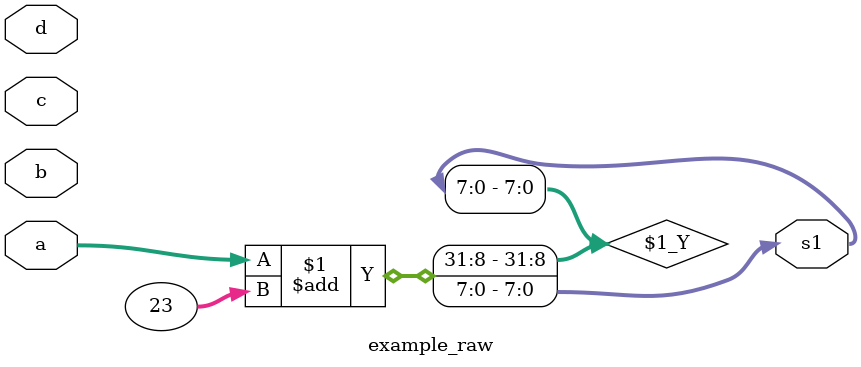
<source format=v>
module example_raw
#(  parameter       BW = 8)
(
    input [BW-1:0] a,
    input [BW-1:0] b,
    input [BW-1:0] c,
    input [BW-1:0] d,
    output [BW-1:0] s1
);
    assign s1 = a + 23;
endmodule
</source>
